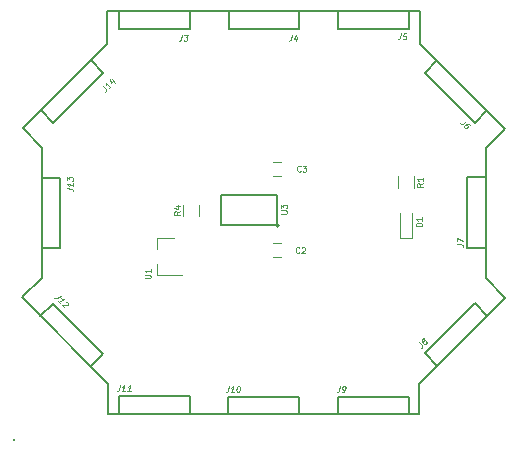
<source format=gto>
G04 #@! TF.FileFunction,Legend,Top*
%FSLAX46Y46*%
G04 Gerber Fmt 4.6, Leading zero omitted, Abs format (unit mm)*
G04 Created by KiCad (PCBNEW 4.0.7-e2-6376~58~ubuntu16.04.1) date Mon Aug  6 19:30:18 2018*
%MOMM*%
%LPD*%
G01*
G04 APERTURE LIST*
%ADD10C,0.100000*%
%ADD11C,0.200000*%
%ADD12C,0.150000*%
%ADD13C,0.120000*%
%ADD14C,0.125000*%
G04 APERTURE END LIST*
D10*
D11*
X151850000Y-92420000D02*
X151850000Y-89690000D01*
X159040000Y-99610000D02*
X151850000Y-92420000D01*
X157370000Y-101280000D02*
X159040000Y-99610000D01*
X157370000Y-112260000D02*
X157370000Y-101280000D01*
X159040000Y-113930000D02*
X157370000Y-112260000D01*
X151720000Y-121250000D02*
X159040000Y-113930000D01*
X151720000Y-123800000D02*
X151720000Y-121250000D01*
X125440000Y-123800000D02*
X151720000Y-123800000D01*
X125440000Y-121200000D02*
X125440000Y-123800000D01*
X118150000Y-113910000D02*
X125440000Y-121200000D01*
X119840000Y-112220000D02*
X118150000Y-113910000D01*
X119840000Y-101270000D02*
X119840000Y-112220000D01*
X118170000Y-99600000D02*
X119840000Y-101270000D01*
X125350000Y-92420000D02*
X118170000Y-99600000D01*
X125340000Y-92410000D02*
X125350000Y-92420000D01*
X125330000Y-92400000D02*
X125340000Y-92410000D01*
X125330000Y-89690000D02*
X125330000Y-92400000D01*
X125340000Y-89690000D02*
X125330000Y-89690000D01*
X151850000Y-89690000D02*
X125340000Y-89690000D01*
X117410000Y-125850000D02*
X117410000Y-125980000D01*
D12*
X126330000Y-89690000D02*
X126330000Y-91190000D01*
X126330000Y-91190000D02*
X132330000Y-91190000D01*
X132330000Y-91190000D02*
X132330000Y-89690000D01*
X135610000Y-89720000D02*
X135610000Y-91220000D01*
X135610000Y-91220000D02*
X141610000Y-91220000D01*
X141610000Y-91220000D02*
X141610000Y-89720000D01*
X144880000Y-89700000D02*
X144880000Y-91200000D01*
X144880000Y-91200000D02*
X150880000Y-91200000D01*
X150880000Y-91200000D02*
X150880000Y-89700000D01*
X150890000Y-123800000D02*
X150890000Y-122300000D01*
X150890000Y-122300000D02*
X144890000Y-122300000D01*
X144890000Y-122300000D02*
X144890000Y-123800000D01*
X132320000Y-123740000D02*
X132320000Y-122240000D01*
X132320000Y-122240000D02*
X126320000Y-122240000D01*
X126320000Y-122240000D02*
X126320000Y-123740000D01*
X139867475Y-107810000D02*
G75*
G03X139867475Y-107810000I-127475J0D01*
G01*
X138940000Y-107810000D02*
X134940000Y-107810000D01*
X134940000Y-107810000D02*
X134940000Y-105210000D01*
X134940000Y-105210000D02*
X139740000Y-105210000D01*
X139740000Y-105210000D02*
X139740000Y-107810000D01*
X139740000Y-107810000D02*
X138940000Y-107810000D01*
X153272944Y-93834416D02*
X152212284Y-94895076D01*
X152212284Y-94895076D02*
X156454924Y-99137716D01*
X156454924Y-99137716D02*
X157515584Y-98077056D01*
X157320000Y-103750000D02*
X155820000Y-103750000D01*
X155820000Y-103750000D02*
X155820000Y-109750000D01*
X155820000Y-109750000D02*
X157320000Y-109750000D01*
X119860000Y-109760000D02*
X121360000Y-109760000D01*
X121360000Y-109760000D02*
X121360000Y-103760000D01*
X121360000Y-103760000D02*
X119860000Y-103760000D01*
X141600000Y-123800000D02*
X141600000Y-122300000D01*
X141600000Y-122300000D02*
X135600000Y-122300000D01*
X135600000Y-122300000D02*
X135600000Y-123800000D01*
X123927056Y-119725584D02*
X124987716Y-118664924D01*
X124987716Y-118664924D02*
X120745076Y-114422284D01*
X120745076Y-114422284D02*
X119684416Y-115482944D01*
X157535584Y-115452944D02*
X156474924Y-114392284D01*
X156474924Y-114392284D02*
X152232284Y-118634924D01*
X152232284Y-118634924D02*
X153292944Y-119695584D01*
X119704416Y-98067056D02*
X120765076Y-99127716D01*
X120765076Y-99127716D02*
X125007716Y-94885076D01*
X125007716Y-94885076D02*
X123947056Y-93824416D01*
D13*
X129515000Y-108870000D02*
X129515000Y-109800000D01*
X129515000Y-112030000D02*
X129515000Y-111100000D01*
X129515000Y-112030000D02*
X131675000Y-112030000D01*
X129515000Y-108870000D02*
X130975000Y-108870000D01*
X149945000Y-104650000D02*
X149945000Y-103650000D01*
X151305000Y-103650000D02*
X151305000Y-104650000D01*
X133080000Y-106050000D02*
X133080000Y-107050000D01*
X131720000Y-107050000D02*
X131720000Y-106050000D01*
X140050000Y-110490000D02*
X139350000Y-110490000D01*
X139350000Y-109290000D02*
X140050000Y-109290000D01*
X139350000Y-102460000D02*
X140050000Y-102460000D01*
X140050000Y-103660000D02*
X139350000Y-103660000D01*
X150125000Y-108850000D02*
X151125000Y-108850000D01*
X151125000Y-108850000D02*
X151125000Y-106750000D01*
X150125000Y-108850000D02*
X150125000Y-106750000D01*
D10*
X131667560Y-91676190D02*
X131622917Y-92033333D01*
X131590179Y-92104762D01*
X131536607Y-92152381D01*
X131462203Y-92176190D01*
X131414584Y-92176190D01*
X131858036Y-91676190D02*
X132167559Y-91676190D01*
X131977084Y-91866667D01*
X132048512Y-91866667D01*
X132093155Y-91890476D01*
X132113988Y-91914286D01*
X132131845Y-91961905D01*
X132116964Y-92080952D01*
X132087203Y-92128571D01*
X132060416Y-92152381D01*
X132009821Y-92176190D01*
X131866964Y-92176190D01*
X131822321Y-92152381D01*
X131801489Y-92128571D01*
X140967560Y-91676190D02*
X140922917Y-92033333D01*
X140890179Y-92104762D01*
X140836607Y-92152381D01*
X140762203Y-92176190D01*
X140714584Y-92176190D01*
X141399107Y-91842857D02*
X141357440Y-92176190D01*
X141303869Y-91652381D02*
X141140179Y-92009524D01*
X141449703Y-92009524D01*
X150192560Y-91551190D02*
X150147917Y-91908333D01*
X150115179Y-91979762D01*
X150061607Y-92027381D01*
X149987203Y-92051190D01*
X149939584Y-92051190D01*
X150668750Y-91551190D02*
X150430655Y-91551190D01*
X150377083Y-91789286D01*
X150403870Y-91765476D01*
X150454465Y-91741667D01*
X150573512Y-91741667D01*
X150618155Y-91765476D01*
X150638988Y-91789286D01*
X150656845Y-91836905D01*
X150641964Y-91955952D01*
X150612203Y-92003571D01*
X150585416Y-92027381D01*
X150534821Y-92051190D01*
X150415774Y-92051190D01*
X150371131Y-92027381D01*
X150350298Y-92003571D01*
X145042560Y-121401190D02*
X144997917Y-121758333D01*
X144965179Y-121829762D01*
X144911607Y-121877381D01*
X144837203Y-121901190D01*
X144789584Y-121901190D01*
X145241964Y-121901190D02*
X145337202Y-121901190D01*
X145387797Y-121877381D01*
X145414584Y-121853571D01*
X145471131Y-121782143D01*
X145506845Y-121686905D01*
X145530654Y-121496429D01*
X145512798Y-121448810D01*
X145491964Y-121425000D01*
X145447321Y-121401190D01*
X145352083Y-121401190D01*
X145301488Y-121425000D01*
X145274703Y-121448810D01*
X145244940Y-121496429D01*
X145230060Y-121615476D01*
X145247917Y-121663095D01*
X145268750Y-121686905D01*
X145313393Y-121710714D01*
X145408631Y-121710714D01*
X145459226Y-121686905D01*
X145486012Y-121663095D01*
X145515774Y-121615476D01*
X126404465Y-121351190D02*
X126359822Y-121708333D01*
X126327084Y-121779762D01*
X126273512Y-121827381D01*
X126199108Y-121851190D01*
X126151489Y-121851190D01*
X126841964Y-121851190D02*
X126556250Y-121851190D01*
X126699107Y-121851190D02*
X126761607Y-121351190D01*
X126705060Y-121422619D01*
X126651488Y-121470238D01*
X126600893Y-121494048D01*
X127318154Y-121851190D02*
X127032440Y-121851190D01*
X127175297Y-121851190D02*
X127237797Y-121351190D01*
X127181250Y-121422619D01*
X127127678Y-121470238D01*
X127077083Y-121494048D01*
X140051190Y-106830952D02*
X140455952Y-106830952D01*
X140503571Y-106807143D01*
X140527381Y-106783333D01*
X140551190Y-106735714D01*
X140551190Y-106640476D01*
X140527381Y-106592857D01*
X140503571Y-106569048D01*
X140455952Y-106545238D01*
X140051190Y-106545238D01*
X140051190Y-106354761D02*
X140051190Y-106045238D01*
X140241667Y-106211904D01*
X140241667Y-106140476D01*
X140265476Y-106092857D01*
X140289286Y-106069047D01*
X140336905Y-106045238D01*
X140455952Y-106045238D01*
X140503571Y-106069047D01*
X140527381Y-106092857D01*
X140551190Y-106140476D01*
X140551190Y-106283333D01*
X140527381Y-106330952D01*
X140503571Y-106354761D01*
X155724963Y-98962738D02*
X155440857Y-99183709D01*
X155367200Y-99211067D01*
X155295647Y-99206858D01*
X155226200Y-99171082D01*
X155192528Y-99137410D01*
X156044844Y-99282619D02*
X155977500Y-99215275D01*
X155924888Y-99196336D01*
X155889112Y-99194232D01*
X155798619Y-99204754D01*
X155706022Y-99246843D01*
X155554499Y-99364694D01*
X155533455Y-99410993D01*
X155531349Y-99442560D01*
X155546081Y-99490963D01*
X155613424Y-99558306D01*
X155666036Y-99577247D01*
X155701813Y-99579352D01*
X155756529Y-99566724D01*
X155851231Y-99493068D01*
X155872276Y-99446769D01*
X155874381Y-99415202D01*
X155859649Y-99366799D01*
X155792305Y-99299456D01*
X155739694Y-99280515D01*
X155703917Y-99278411D01*
X155649200Y-99291038D01*
X154976190Y-109357440D02*
X155333333Y-109402083D01*
X155404762Y-109434821D01*
X155452381Y-109488393D01*
X155476190Y-109562797D01*
X155476190Y-109610416D01*
X154976190Y-109166964D02*
X154976190Y-108833631D01*
X155476190Y-109110417D01*
X121926190Y-104645535D02*
X122283333Y-104690178D01*
X122354762Y-104722916D01*
X122402381Y-104776488D01*
X122426190Y-104850892D01*
X122426190Y-104898511D01*
X122426190Y-104208036D02*
X122426190Y-104493750D01*
X122426190Y-104350893D02*
X121926190Y-104288393D01*
X121997619Y-104344940D01*
X122045238Y-104398512D01*
X122069048Y-104449107D01*
X121926190Y-103978869D02*
X121926190Y-103669346D01*
X122116667Y-103859821D01*
X122116667Y-103788393D01*
X122140476Y-103743750D01*
X122164286Y-103722917D01*
X122211905Y-103705060D01*
X122330952Y-103719941D01*
X122378571Y-103749702D01*
X122402381Y-103776489D01*
X122426190Y-103827084D01*
X122426190Y-103969941D01*
X122402381Y-104014584D01*
X122378571Y-104035416D01*
X135629465Y-121401190D02*
X135584822Y-121758333D01*
X135552084Y-121829762D01*
X135498512Y-121877381D01*
X135424108Y-121901190D01*
X135376489Y-121901190D01*
X136066964Y-121901190D02*
X135781250Y-121901190D01*
X135924107Y-121901190D02*
X135986607Y-121401190D01*
X135930060Y-121472619D01*
X135876488Y-121520238D01*
X135825893Y-121544048D01*
X136438988Y-121401190D02*
X136486607Y-121401190D01*
X136531250Y-121425000D01*
X136552083Y-121448810D01*
X136569940Y-121496429D01*
X136581845Y-121591667D01*
X136566964Y-121710714D01*
X136531250Y-121805952D01*
X136501488Y-121853571D01*
X136474702Y-121877381D01*
X136424107Y-121901190D01*
X136376488Y-121901190D01*
X136331845Y-121877381D01*
X136311012Y-121853571D01*
X136293155Y-121805952D01*
X136281250Y-121710714D01*
X136296131Y-121591667D01*
X136331845Y-121496429D01*
X136361607Y-121448810D01*
X136388393Y-121425000D01*
X136438988Y-121401190D01*
X121406605Y-113744379D02*
X121122499Y-113965350D01*
X121048842Y-113992709D01*
X120977289Y-113988499D01*
X120907842Y-113952723D01*
X120874171Y-113919052D01*
X121362410Y-114407291D02*
X121160380Y-114205261D01*
X121261395Y-114306276D02*
X121659143Y-113996917D01*
X121568650Y-114007440D01*
X121497097Y-114003231D01*
X121444485Y-113984291D01*
X121856964Y-114262083D02*
X121892740Y-114264187D01*
X121945353Y-114283127D01*
X122029532Y-114367306D01*
X122044263Y-114415709D01*
X122042158Y-114447277D01*
X122021113Y-114493575D01*
X121983232Y-114523038D01*
X121909577Y-114550397D01*
X121480262Y-114525143D01*
X121699127Y-114744008D01*
X151762738Y-117675036D02*
X151983709Y-117959142D01*
X152011067Y-118032799D01*
X152006858Y-118104352D01*
X151971082Y-118173799D01*
X151937410Y-118207471D01*
X152114187Y-117626633D02*
X152065784Y-117641365D01*
X152034217Y-117639260D01*
X151987917Y-117618216D01*
X151973186Y-117599276D01*
X151960560Y-117544559D01*
X151962664Y-117508783D01*
X151981604Y-117456171D01*
X152048947Y-117388827D01*
X152097351Y-117374096D01*
X152128919Y-117376200D01*
X152175217Y-117397246D01*
X152189948Y-117416186D01*
X152202575Y-117470902D01*
X152200471Y-117506678D01*
X152181530Y-117559290D01*
X152114187Y-117626633D01*
X152095246Y-117679246D01*
X152093142Y-117715022D01*
X152105769Y-117769738D01*
X152164694Y-117845500D01*
X152210993Y-117866544D01*
X152242560Y-117868650D01*
X152290963Y-117853918D01*
X152358306Y-117786575D01*
X152377247Y-117733963D01*
X152379352Y-117698186D01*
X152366724Y-117643470D01*
X152307799Y-117567708D01*
X152261501Y-117546663D01*
X152229933Y-117544560D01*
X152181530Y-117559290D01*
X124994379Y-95968395D02*
X125215350Y-96252501D01*
X125242709Y-96326158D01*
X125238499Y-96397711D01*
X125202723Y-96467158D01*
X125169052Y-96500829D01*
X125657291Y-96012590D02*
X125455261Y-96214620D01*
X125556276Y-96113605D02*
X125246917Y-95715857D01*
X125257440Y-95806350D01*
X125253231Y-95877903D01*
X125234291Y-95930515D01*
X125754098Y-95444379D02*
X125960337Y-95709544D01*
X125552067Y-95377036D02*
X125688859Y-95745320D01*
X125907726Y-95526454D01*
X128516190Y-112290952D02*
X128920952Y-112290952D01*
X128968571Y-112267143D01*
X128992381Y-112243333D01*
X129016190Y-112195714D01*
X129016190Y-112100476D01*
X128992381Y-112052857D01*
X128968571Y-112029048D01*
X128920952Y-112005238D01*
X128516190Y-112005238D01*
X129016190Y-111505238D02*
X129016190Y-111790952D01*
X129016190Y-111648095D02*
X128516190Y-111648095D01*
X128587619Y-111695714D01*
X128635238Y-111743333D01*
X128659048Y-111790952D01*
D14*
X152056190Y-104253333D02*
X151818095Y-104420000D01*
X152056190Y-104539047D02*
X151556190Y-104539047D01*
X151556190Y-104348571D01*
X151580000Y-104300952D01*
X151603810Y-104277143D01*
X151651429Y-104253333D01*
X151722857Y-104253333D01*
X151770476Y-104277143D01*
X151794286Y-104300952D01*
X151818095Y-104348571D01*
X151818095Y-104539047D01*
X152056190Y-103777143D02*
X152056190Y-104062857D01*
X152056190Y-103920000D02*
X151556190Y-103920000D01*
X151627619Y-103967619D01*
X151675238Y-104015238D01*
X151699048Y-104062857D01*
X131501190Y-106608333D02*
X131263095Y-106775000D01*
X131501190Y-106894047D02*
X131001190Y-106894047D01*
X131001190Y-106703571D01*
X131025000Y-106655952D01*
X131048810Y-106632143D01*
X131096429Y-106608333D01*
X131167857Y-106608333D01*
X131215476Y-106632143D01*
X131239286Y-106655952D01*
X131263095Y-106703571D01*
X131263095Y-106894047D01*
X131167857Y-106179762D02*
X131501190Y-106179762D01*
X130977381Y-106298809D02*
X131334524Y-106417857D01*
X131334524Y-106108333D01*
X141606667Y-110088571D02*
X141582857Y-110112381D01*
X141511429Y-110136190D01*
X141463810Y-110136190D01*
X141392381Y-110112381D01*
X141344762Y-110064762D01*
X141320953Y-110017143D01*
X141297143Y-109921905D01*
X141297143Y-109850476D01*
X141320953Y-109755238D01*
X141344762Y-109707619D01*
X141392381Y-109660000D01*
X141463810Y-109636190D01*
X141511429Y-109636190D01*
X141582857Y-109660000D01*
X141606667Y-109683810D01*
X141797143Y-109683810D02*
X141820953Y-109660000D01*
X141868572Y-109636190D01*
X141987619Y-109636190D01*
X142035238Y-109660000D01*
X142059048Y-109683810D01*
X142082857Y-109731429D01*
X142082857Y-109779048D01*
X142059048Y-109850476D01*
X141773334Y-110136190D01*
X142082857Y-110136190D01*
X141716667Y-103198571D02*
X141692857Y-103222381D01*
X141621429Y-103246190D01*
X141573810Y-103246190D01*
X141502381Y-103222381D01*
X141454762Y-103174762D01*
X141430953Y-103127143D01*
X141407143Y-103031905D01*
X141407143Y-102960476D01*
X141430953Y-102865238D01*
X141454762Y-102817619D01*
X141502381Y-102770000D01*
X141573810Y-102746190D01*
X141621429Y-102746190D01*
X141692857Y-102770000D01*
X141716667Y-102793810D01*
X141883334Y-102746190D02*
X142192857Y-102746190D01*
X142026191Y-102936667D01*
X142097619Y-102936667D01*
X142145238Y-102960476D01*
X142169048Y-102984286D01*
X142192857Y-103031905D01*
X142192857Y-103150952D01*
X142169048Y-103198571D01*
X142145238Y-103222381D01*
X142097619Y-103246190D01*
X141954762Y-103246190D01*
X141907143Y-103222381D01*
X141883334Y-103198571D01*
X151986190Y-107879047D02*
X151486190Y-107879047D01*
X151486190Y-107760000D01*
X151510000Y-107688571D01*
X151557619Y-107640952D01*
X151605238Y-107617143D01*
X151700476Y-107593333D01*
X151771905Y-107593333D01*
X151867143Y-107617143D01*
X151914762Y-107640952D01*
X151962381Y-107688571D01*
X151986190Y-107760000D01*
X151986190Y-107879047D01*
X151986190Y-107117143D02*
X151986190Y-107402857D01*
X151986190Y-107260000D02*
X151486190Y-107260000D01*
X151557619Y-107307619D01*
X151605238Y-107355238D01*
X151629048Y-107402857D01*
M02*

</source>
